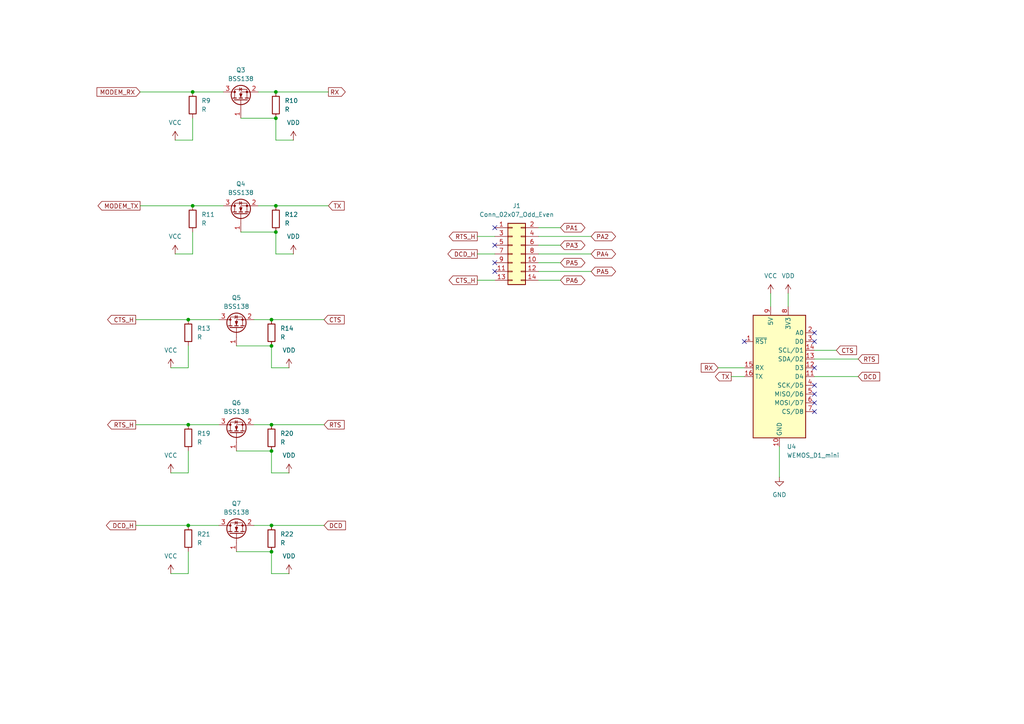
<source format=kicad_sch>
(kicad_sch (version 20250114) (generator "eeschema") (generator_version "9.0")
  (paper "A4")
  (lib_symbols
    (symbol "Connector_Generic:Conn_02x07_Odd_Even" (pin_names (offset 1.016) (hide yes))
      (property "Reference" "J" (at 1.27 10.16 0))
      (property "Value" "Conn_02x07_Odd_Even" (at 1.27 -10.16 0))
      (symbol "Conn_02x07_Odd_Even_1_1"
        (rectangle (start -1.27 8.89) (end 3.81 -8.89) (stroke (width 0.254)) (fill (type background)))
        (rectangle (start -1.27 7.747) (end 0 7.493) (stroke (width 0.1524)))
        (rectangle (start -1.27 5.207) (end 0 4.953) (stroke (width 0.1524)))
        (rectangle (start -1.27 2.667) (end 0 2.413) (stroke (width 0.1524)))
        (rectangle (start -1.27 0.127) (end 0 -0.127) (stroke (width 0.1524)))
        (rectangle (start -1.27 -2.413) (end 0 -2.667) (stroke (width 0.1524)))
        (rectangle (start -1.27 -4.953) (end 0 -5.207) (stroke (width 0.1524)))
        (rectangle (start -1.27 -7.493) (end 0 -7.747) (stroke (width 0.1524)))
        (rectangle (start 3.81 7.747) (end 2.54 7.493) (stroke (width 0.1524)))
        (rectangle (start 3.81 5.207) (end 2.54 4.953) (stroke (width 0.1524)))
        (rectangle (start 3.81 2.667) (end 2.54 2.413) (stroke (width 0.1524)))
        (rectangle (start 3.81 0.127) (end 2.54 -0.127) (stroke (width 0.1524)))
        (rectangle (start 3.81 -2.413) (end 2.54 -2.667) (stroke (width 0.1524)))
        (rectangle (start 3.81 -4.953) (end 2.54 -5.207) (stroke (width 0.1524)))
        (rectangle (start 3.81 -7.493) (end 2.54 -7.747) (stroke (width 0.1524)))
        (pin passive line (at -5.08 7.62 0) (length 3.81) (name "Pin_1") (number "1"))
        (pin passive line (at -5.08 5.08 0) (length 3.81) (name "Pin_3") (number "3"))
        (pin passive line (at -5.08 2.54 0) (length 3.81) (name "Pin_5") (number "5"))
        (pin passive line (at -5.08 0 0) (length 3.81) (name "Pin_7") (number "7"))
        (pin passive line (at -5.08 -2.54 0) (length 3.81) (name "Pin_9") (number "9"))
        (pin passive line (at -5.08 -5.08 0) (length 3.81) (name "Pin_11") (number "11"))
        (pin passive line (at -5.08 -7.62 0) (length 3.81) (name "Pin_13") (number "13"))
        (pin passive line (at 7.62 7.62 180) (length 3.81) (name "Pin_2") (number "2"))
        (pin passive line (at 7.62 5.08 180) (length 3.81) (name "Pin_4") (number "4"))
        (pin passive line (at 7.62 2.54 180) (length 3.81) (name "Pin_6") (number "6"))
        (pin passive line (at 7.62 0 180) (length 3.81) (name "Pin_8") (number "8"))
        (pin passive line (at 7.62 -2.54 180) (length 3.81) (name "Pin_10") (number "10"))
        (pin passive line (at 7.62 -5.08 180) (length 3.81) (name "Pin_12") (number "12"))
        (pin passive line (at 7.62 -7.62 180) (length 3.81) (name "Pin_14") (number "14"))
      )
    )
    (symbol "Device:R" (pin_numbers (hide yes)) (pin_names (offset 0))
      (property "Reference" "R" (at 2.032 0 90))
      (property "Value" "R" (at 0 0 90))
      (symbol "R_0_1"
        (rectangle (start -1.016 -2.54) (end 1.016 2.54) (stroke (width 0.254)))
      )
      (symbol "R_1_1"
        (pin passive line (at 0 3.81 270) (length 1.27) (name "~") (number "1"))
        (pin passive line (at 0 -3.81 90) (length 1.27) (name "~") (number "2"))
      )
    )
    (symbol "RF_Module:WEMOS_D1_mini"
      (property "Reference" "U" (at 3.81 19.05 0))
      (property "Value" "WEMOS_D1_mini" (at 1.27 -19.05 0))
      (symbol "WEMOS_D1_mini_1_1"
        (rectangle (start -7.62 17.78) (end 7.62 -17.78) (stroke (width 0.254)) (fill (type background)))
        (pin input line (at -10.16 10.16 0) (length 2.54) (name "~{RST}") (number "1"))
        (pin input line (at -10.16 2.54 0) (length 2.54) (name "RX") (number "15"))
        (pin output line (at -10.16 0 0) (length 2.54) (name "TX") (number "16"))
        (pin power_in line (at -2.54 20.32 270) (length 2.54) (name "5V") (number "9"))
        (pin power_in line (at 0 -20.32 90) (length 2.54) (name "GND") (number "10"))
        (pin power_out line (at 2.54 20.32 270) (length 2.54) (name "3V3") (number "8"))
        (pin input line (at 10.16 12.7 180) (length 2.54) (name "A0") (number "2"))
        (pin bidirectional line (at 10.16 10.16 180) (length 2.54) (name "D0") (number "3"))
        (pin bidirectional line (at 10.16 7.62 180) (length 2.54) (name "SCL/D1") (number "14"))
        (pin bidirectional line (at 10.16 5.08 180) (length 2.54) (name "SDA/D2") (number "13"))
        (pin bidirectional line (at 10.16 2.54 180) (length 2.54) (name "D3") (number "12"))
        (pin bidirectional line (at 10.16 0 180) (length 2.54) (name "D4") (number "11"))
        (pin bidirectional line (at 10.16 -2.54 180) (length 2.54) (name "SCK/D5") (number "4"))
        (pin bidirectional line (at 10.16 -5.08 180) (length 2.54) (name "MISO/D6") (number "5"))
        (pin bidirectional line (at 10.16 -7.62 180) (length 2.54) (name "MOSI/D7") (number "6"))
        (pin bidirectional line (at 10.16 -10.16 180) (length 2.54) (name "CS/D8") (number "7"))
      )
    )
    (symbol "Transistor_FET:BSS138" (pin_names (hide yes))
      (property "Reference" "Q" (at 5.08 1.905 0))
      (property "Value" "BSS138" (at 5.08 0 0))
      (symbol "BSS138_0_1"
        (polyline (pts (xy 0.254 1.905) (xy 0.254 -1.905)) (stroke (width 0.254)))
        (polyline (pts (xy 0.254 0) (xy -2.54 0)))
        (polyline (pts (xy 0.762 2.286) (xy 0.762 1.27)) (stroke (width 0.254)))
        (polyline (pts (xy 0.762 0.508) (xy 0.762 -0.508)) (stroke (width 0.254)))
        (polyline (pts (xy 0.762 -1.27) (xy 0.762 -2.286)) (stroke (width 0.254)))
        (polyline (pts (xy 0.762 -1.778) (xy 3.302 -1.778) (xy 3.302 1.778) (xy 0.762 1.778)))
        (polyline (pts (xy 1.016 0) (xy 2.032 0.381) (xy 2.032 -0.381) (xy 1.016 0)) (fill (type outline)))
        (circle (center 1.651 0) (radius 2.794) (stroke (width 0.254)))
        (polyline (pts (xy 2.54 2.54) (xy 2.54 1.778)))
        (circle (center 2.54 1.778) (radius 0.254) (fill (type outline)))
        (circle (center 2.54 -1.778) (radius 0.254) (fill (type outline)))
        (polyline (pts (xy 2.54 -2.54) (xy 2.54 0) (xy 0.762 0)))
        (polyline (pts (xy 2.794 0.508) (xy 2.921 0.381) (xy 3.683 0.381) (xy 3.81 0.254)))
        (polyline (pts (xy 3.302 0.381) (xy 2.921 -0.254) (xy 3.683 -0.254) (xy 3.302 0.381)))
      )
      (symbol "BSS138_1_1"
        (pin input line (at -5.08 0 0) (length 2.54) (name "G") (number "1"))
        (pin passive line (at 2.54 5.08 270) (length 2.54) (name "D") (number "3"))
        (pin passive line (at 2.54 -5.08 90) (length 2.54) (name "S") (number "2"))
      )
    )
    (symbol "power:GND" (power) (pin_numbers (hide yes)) (pin_names (offset 0) (hide yes))
      (property "Value" "GND" (at 0 -3.81 0))
      (symbol "GND_0_1"
        (polyline (pts (xy 0 0) (xy 0 -1.27) (xy 1.27 -1.27) (xy 0 -2.54) (xy -1.27 -1.27) (xy 0 -1.27)))
      )
      (symbol "GND_1_1"
        (pin power_in line (at 0 0 270) (length 0) (name "~") (number "1"))
      )
    )
    (symbol "power:VCC" (power) (pin_numbers (hide yes)) (pin_names (offset 0) (hide yes))
      (property "Value" "VCC" (at 0 3.556 0))
      (symbol "VCC_0_1"
        (polyline (pts (xy -0.762 1.27) (xy 0 2.54)))
        (polyline (pts (xy 0 2.54) (xy 0.762 1.27)))
        (polyline (pts (xy 0 0) (xy 0 2.54)))
      )
      (symbol "VCC_1_1"
        (pin power_in line (at 0 0 90) (length 0) (name "~") (number "1"))
      )
    )
    (symbol "power:VDD" (power) (pin_numbers (hide yes)) (pin_names (offset 0) (hide yes))
      (property "Value" "VDD" (at 0 3.556 0))
      (symbol "VDD_0_1"
        (polyline (pts (xy -0.762 1.27) (xy 0 2.54)))
        (polyline (pts (xy 0 2.54) (xy 0.762 1.27)))
        (polyline (pts (xy 0 0) (xy 0 2.54)))
      )
      (symbol "VDD_1_1"
        (pin power_in line (at 0 0 90) (length 0) (name "~") (number "1"))
      )
    )
  )
  (junction (at 55.88 59.69))
  (junction (at 55.88 26.67))
  (junction (at 78.74 92.71))
  (junction (at 78.74 160.02))
  (junction (at 78.74 152.4))
  (junction (at 80.01 59.69))
  (junction (at 80.01 26.67))
  (junction (at 78.74 100.33))
  (junction (at 78.74 130.81))
  (junction (at 54.61 92.71))
  (junction (at 80.01 34.29))
  (junction (at 54.61 152.4))
  (junction (at 80.01 67.31))
  (junction (at 78.74 123.19))
  (junction (at 54.61 123.19))
  (no_connect (at 143.51 71.12))
  (no_connect (at 236.22 96.52))
  (no_connect (at 143.51 66.04))
  (no_connect (at 236.22 106.68))
  (no_connect (at 236.22 114.3))
  (no_connect (at 215.9 99.06))
  (no_connect (at 236.22 119.38))
  (no_connect (at 143.51 78.74))
  (no_connect (at 236.22 99.06))
  (no_connect (at 236.22 116.84))
  (no_connect (at 236.22 111.76))
  (no_connect (at 143.51 76.2))
  (wire (pts (xy 156.21 81.28) (xy 162.56 81.28)))
  (wire (pts (xy 78.74 166.37) (xy 83.82 166.37)))
  (wire (pts (xy 138.43 68.58) (xy 143.51 68.58)))
  (wire (pts (xy 40.64 26.67) (xy 55.88 26.67)))
  (wire (pts (xy 49.53 137.16) (xy 54.61 137.16)))
  (wire (pts (xy 78.74 137.16) (xy 83.82 137.16)))
  (wire (pts (xy 54.61 92.71) (xy 63.5 92.71)))
  (wire (pts (xy 55.88 34.29) (xy 55.88 40.64)))
  (wire (pts (xy 55.88 59.69) (xy 64.77 59.69)))
  (wire (pts (xy 54.61 160.02) (xy 54.61 166.37)))
  (wire (pts (xy 138.43 81.28) (xy 143.51 81.28)))
  (wire (pts (xy 80.01 26.67) (xy 95.25 26.67)))
  (wire (pts (xy 223.52 85.09) (xy 223.52 88.9)))
  (wire (pts (xy 226.06 129.54) (xy 226.06 138.43)))
  (wire (pts (xy 80.01 34.29) (xy 80.01 40.64)))
  (wire (pts (xy 138.43 73.66) (xy 143.51 73.66)))
  (wire (pts (xy 55.88 26.67) (xy 64.77 26.67)))
  (wire (pts (xy 73.66 123.19) (xy 78.74 123.19)))
  (wire (pts (xy 80.01 73.66) (xy 85.09 73.66)))
  (wire (pts (xy 80.01 40.64) (xy 85.09 40.64)))
  (wire (pts (xy 54.61 130.81) (xy 54.61 137.16)))
  (wire (pts (xy 156.21 71.12) (xy 162.56 71.12)))
  (wire (pts (xy 78.74 100.33) (xy 78.74 106.68)))
  (wire (pts (xy 208.28 106.68) (xy 215.9 106.68)))
  (wire (pts (xy 228.6 85.09) (xy 228.6 88.9)))
  (wire (pts (xy 236.22 104.14) (xy 248.92 104.14)))
  (wire (pts (xy 73.66 152.4) (xy 78.74 152.4)))
  (wire (pts (xy 54.61 152.4) (xy 63.5 152.4)))
  (wire (pts (xy 39.37 123.19) (xy 54.61 123.19)))
  (wire (pts (xy 78.74 160.02) (xy 78.74 166.37)))
  (wire (pts (xy 156.21 76.2) (xy 162.56 76.2)))
  (wire (pts (xy 49.53 166.37) (xy 54.61 166.37)))
  (wire (pts (xy 49.53 106.68) (xy 54.61 106.68)))
  (wire (pts (xy 78.74 152.4) (xy 93.98 152.4)))
  (wire (pts (xy 54.61 123.19) (xy 63.5 123.19)))
  (wire (pts (xy 50.8 40.64) (xy 55.88 40.64)))
  (wire (pts (xy 156.21 66.04) (xy 162.56 66.04)))
  (wire (pts (xy 78.74 123.19) (xy 93.98 123.19)))
  (wire (pts (xy 50.8 73.66) (xy 55.88 73.66)))
  (wire (pts (xy 80.01 67.31) (xy 80.01 73.66)))
  (wire (pts (xy 156.21 68.58) (xy 171.45 68.58)))
  (wire (pts (xy 156.21 73.66) (xy 171.45 73.66)))
  (wire (pts (xy 156.21 78.74) (xy 171.45 78.74)))
  (wire (pts (xy 80.01 59.69) (xy 95.25 59.69)))
  (wire (pts (xy 68.58 160.02) (xy 78.74 160.02)))
  (wire (pts (xy 69.85 67.31) (xy 80.01 67.31)))
  (wire (pts (xy 68.58 130.81) (xy 78.74 130.81)))
  (wire (pts (xy 78.74 130.81) (xy 78.74 137.16)))
  (wire (pts (xy 78.74 92.71) (xy 93.98 92.71)))
  (wire (pts (xy 73.66 92.71) (xy 78.74 92.71)))
  (wire (pts (xy 236.22 101.6) (xy 242.57 101.6)))
  (wire (pts (xy 39.37 92.71) (xy 54.61 92.71)))
  (wire (pts (xy 236.22 109.22) (xy 248.92 109.22)))
  (wire (pts (xy 40.64 59.69) (xy 55.88 59.69)))
  (wire (pts (xy 69.85 34.29) (xy 80.01 34.29)))
  (wire (pts (xy 78.74 106.68) (xy 83.82 106.68)))
  (wire (pts (xy 74.93 26.67) (xy 80.01 26.67)))
  (wire (pts (xy 74.93 59.69) (xy 80.01 59.69)))
  (wire (pts (xy 68.58 100.33) (xy 78.74 100.33)))
  (wire (pts (xy 39.37 152.4) (xy 54.61 152.4)))
  (wire (pts (xy 54.61 100.33) (xy 54.61 106.68)))
  (wire (pts (xy 212.09 109.22) (xy 215.9 109.22)))
  (wire (pts (xy 55.88 67.31) (xy 55.88 73.66)))
  (global_label "PA4" (shape bidirectional) (at 171.45 73.66 0) (property "Intersheetrefs" "${INTERSHEET_REFS}" (effects (hide yes))))
  (global_label "RTS_H" (shape output) (at 138.43 68.58 180) (property "Intersheetrefs" "${INTERSHEET_REFS}" (effects (hide yes))))
  (global_label "CTS_H" (shape output) (at 39.37 92.71 180) (property "Intersheetrefs" "${INTERSHEET_REFS}" (effects (hide yes))))
  (global_label "RTS" (shape input) (at 248.92 104.14 0) (property "Intersheetrefs" "${INTERSHEET_REFS}" (effects (hide yes))))
  (global_label "PA5" (shape bidirectional) (at 162.56 76.2 0) (property "Intersheetrefs" "${INTERSHEET_REFS}" (effects (hide yes))))
  (global_label "TX" (shape output) (at 212.09 109.22 180) (property "Intersheetrefs" "${INTERSHEET_REFS}" (effects (hide yes))))
  (global_label "PA2" (shape bidirectional) (at 171.45 68.58 0) (property "Intersheetrefs" "${INTERSHEET_REFS}" (effects (hide yes))))
  (global_label "PA1" (shape bidirectional) (at 162.56 66.04 0) (property "Intersheetrefs" "${INTERSHEET_REFS}" (effects (hide yes))))
  (global_label "RTS_H" (shape output) (at 39.37 123.19 180) (property "Intersheetrefs" "${INTERSHEET_REFS}" (effects (hide yes))))
  (global_label "PA3" (shape bidirectional) (at 162.56 71.12 0) (property "Intersheetrefs" "${INTERSHEET_REFS}" (effects (hide yes))))
  (global_label "DCD_H" (shape output) (at 138.43 73.66 180) (property "Intersheetrefs" "${INTERSHEET_REFS}" (effects (hide yes))))
  (global_label "RX" (shape input) (at 208.28 106.68 180) (property "Intersheetrefs" "${INTERSHEET_REFS}" (effects (hide yes))))
  (global_label "CTS" (shape input) (at 242.57 101.6 0) (property "Intersheetrefs" "${INTERSHEET_REFS}" (effects (hide yes))))
  (global_label "RX" (shape output) (at 95.25 26.67 0) (property "Intersheetrefs" "${INTERSHEET_REFS}" (effects (hide yes))))
  (global_label "DCD" (shape input) (at 93.98 152.4 0) (property "Intersheetrefs" "${INTERSHEET_REFS}" (effects (hide yes))))
  (global_label "DCD_H" (shape output) (at 39.37 152.4 180) (property "Intersheetrefs" "${INTERSHEET_REFS}" (effects (hide yes))))
  (global_label "TX" (shape input) (at 95.25 59.69 0) (property "Intersheetrefs" "${INTERSHEET_REFS}" (effects (hide yes))))
  (global_label "DCD" (shape input) (at 248.92 109.22 0) (property "Intersheetrefs" "${INTERSHEET_REFS}" (effects (hide yes))))
  (global_label "MODEM_RX" (shape input) (at 40.64 26.67 180) (property "Intersheetrefs" "${INTERSHEET_REFS}" (effects (hide yes))))
  (global_label "CTS_H" (shape output) (at 138.43 81.28 180) (property "Intersheetrefs" "${INTERSHEET_REFS}" (effects (hide yes))))
  (global_label "RTS" (shape input) (at 93.98 123.19 0) (property "Intersheetrefs" "${INTERSHEET_REFS}" (effects (hide yes))))
  (global_label "PA5" (shape bidirectional) (at 171.45 78.74 0) (property "Intersheetrefs" "${INTERSHEET_REFS}" (effects (hide yes))))
  (global_label "PA6" (shape bidirectional) (at 162.56 81.28 0) (property "Intersheetrefs" "${INTERSHEET_REFS}" (effects (hide yes))))
  (global_label "MODEM_TX" (shape output) (at 40.64 59.69 180) (property "Intersheetrefs" "${INTERSHEET_REFS}" (effects (hide yes))))
  (global_label "CTS" (shape input) (at 93.98 92.71 0) (property "Intersheetrefs" "${INTERSHEET_REFS}" (effects (hide yes))))
  (symbol (lib_id "power:VDD") (at 83.82 137.16 0) (unit 1)
    (property "Reference" "#PWR027" (effects (hide yes)))
    (property "Value" "VDD" (at 83.82 132.08 0))
    (property "Description" "Power symbol creates a global label with name \"VDD\"" (effects (hide yes)))
  )
  (symbol (lib_id "Transistor_FET:BSS138") (at 69.85 62.23 90) (unit 1)
    (property "Reference" "Q4" (at 69.85 53.34 90))
    (property "Value" "BSS138" (at 69.85 55.88 90))
    (property "Footprint" "Package_TO_SOT_SMD:SOT-23" (effects (hide yes)))
    (property "Datasheet" "https://www.onsemi.com/pub/Collateral/BSS138-D.PDF" (effects (hide yes)))
    (property "Description" "50V Vds, 0.22A Id, N-Channel MOSFET, SOT-23" (effects (hide yes)))
  )
  (symbol (lib_id "Device:R") (at 78.74 96.52 180) (unit 1)
    (property "Reference" "R14" (at 81.28 95.2499 0) (effects (justify right)))
    (property "Value" "R" (at 81.28 97.7899 0) (effects (justify right)))
    (property "Footprint" "Resistor_SMD:R_0805_2012Metric" (effects (hide yes)))
    (property "Description" "Resistor" (effects (hide yes)))
  )
  (symbol (lib_id "power:VDD") (at 83.82 106.68 0) (unit 1)
    (property "Reference" "#PWR022" (effects (hide yes)))
    (property "Value" "VDD" (at 83.82 101.6 0))
    (property "Description" "Power symbol creates a global label with name \"VDD\"" (effects (hide yes)))
  )
  (symbol (lib_id "RF_Module:WEMOS_D1_mini") (at 226.06 109.22 0) (unit 1)
    (property "Reference" "U4" (at 228.2033 129.54 0) (effects (justify left)))
    (property "Value" "WEMOS_D1_mini" (at 228.2033 132.08 0) (effects (justify left)))
    (property "Footprint" "RF_Module:WEMOS_D1_mini_light" (effects (hide yes)))
    (property "Datasheet" "https://wiki.wemos.cc/products:d1:d1_mini#documentation" (effects (hide yes)))
    (property "Description" "32-bit microcontroller module with WiFi" (effects (hide yes)))
  )
  (symbol (lib_id "power:VDD") (at 83.82 166.37 0) (unit 1)
    (property "Reference" "#PWR029" (effects (hide yes)))
    (property "Value" "VDD" (at 83.82 161.29 0))
    (property "Description" "Power symbol creates a global label with name \"VDD\"" (effects (hide yes)))
  )
  (symbol (lib_id "Device:R") (at 78.74 156.21 180) (unit 1)
    (property "Reference" "R22" (at 81.28 154.9399 0) (effects (justify right)))
    (property "Value" "R" (at 81.28 157.4799 0) (effects (justify right)))
    (property "Footprint" "Resistor_SMD:R_0805_2012Metric" (effects (hide yes)))
    (property "Description" "Resistor" (effects (hide yes)))
  )
  (symbol (lib_id "power:VCC") (at 50.8 40.64 0) (unit 1)
    (property "Reference" "#PWR018" (effects (hide yes)))
    (property "Value" "VCC" (at 50.8 35.56 0))
    (property "Description" "Power symbol creates a global label with name \"VCC\"" (effects (hide yes)))
  )
  (symbol (lib_id "Transistor_FET:BSS138") (at 68.58 95.25 90) (unit 1)
    (property "Reference" "Q5" (at 68.58 86.36 90))
    (property "Value" "BSS138" (at 68.58 88.9 90))
    (property "Footprint" "Package_TO_SOT_SMD:SOT-23" (effects (hide yes)))
    (property "Datasheet" "https://www.onsemi.com/pub/Collateral/BSS138-D.PDF" (effects (hide yes)))
    (property "Description" "50V Vds, 0.22A Id, N-Channel MOSFET, SOT-23" (effects (hide yes)))
  )
  (symbol (lib_id "power:VDD") (at 85.09 73.66 0) (unit 1)
    (property "Reference" "#PWR020" (effects (hide yes)))
    (property "Value" "VDD" (at 85.09 68.58 0))
    (property "Description" "Power symbol creates a global label with name \"VDD\"" (effects (hide yes)))
  )
  (symbol (lib_id "Transistor_FET:BSS138") (at 69.85 29.21 90) (unit 1)
    (property "Reference" "Q3" (at 69.85 20.32 90))
    (property "Value" "BSS138" (at 69.85 22.86 90))
    (property "Footprint" "Package_TO_SOT_SMD:SOT-23" (effects (hide yes)))
    (property "Datasheet" "https://www.onsemi.com/pub/Collateral/BSS138-D.PDF" (effects (hide yes)))
    (property "Description" "50V Vds, 0.22A Id, N-Channel MOSFET, SOT-23" (effects (hide yes)))
  )
  (symbol (lib_id "power:VCC") (at 49.53 137.16 0) (unit 1)
    (property "Reference" "#PWR025" (effects (hide yes)))
    (property "Value" "VCC" (at 49.53 132.08 0))
    (property "Description" "Power symbol creates a global label with name \"VCC\"" (effects (hide yes)))
  )
  (symbol (lib_id "Device:R") (at 55.88 30.48 180) (unit 1)
    (property "Reference" "R9" (at 58.42 29.2099 0) (effects (justify right)))
    (property "Value" "R" (at 58.42 31.7499 0) (effects (justify right)))
    (property "Footprint" "Resistor_SMD:R_0805_2012Metric" (effects (hide yes)))
    (property "Description" "Resistor" (effects (hide yes)))
  )
  (symbol (lib_id "Device:R") (at 55.88 63.5 180) (unit 1)
    (property "Reference" "R11" (at 58.42 62.2299 0) (effects (justify right)))
    (property "Value" "R" (at 58.42 64.7699 0) (effects (justify right)))
    (property "Footprint" "Resistor_SMD:R_0805_2012Metric" (effects (hide yes)))
    (property "Description" "Resistor" (effects (hide yes)))
  )
  (symbol (lib_id "Device:R") (at 80.01 30.48 180) (unit 1)
    (property "Reference" "R10" (at 82.55 29.2099 0) (effects (justify right)))
    (property "Value" "R" (at 82.55 31.7499 0) (effects (justify right)))
    (property "Footprint" "Resistor_SMD:R_0805_2012Metric" (effects (hide yes)))
    (property "Description" "Resistor" (effects (hide yes)))
  )
  (symbol (lib_id "Device:R") (at 80.01 63.5 180) (unit 1)
    (property "Reference" "R12" (at 82.55 62.2299 0) (effects (justify right)))
    (property "Value" "R" (at 82.55 64.7699 0) (effects (justify right)))
    (property "Footprint" "Resistor_SMD:R_0805_2012Metric" (effects (hide yes)))
    (property "Description" "Resistor" (effects (hide yes)))
  )
  (symbol (lib_id "Transistor_FET:BSS138") (at 68.58 154.94 90) (unit 1)
    (property "Reference" "Q7" (at 68.58 146.05 90))
    (property "Value" "BSS138" (at 68.58 148.59 90))
    (property "Footprint" "Package_TO_SOT_SMD:SOT-23" (effects (hide yes)))
    (property "Datasheet" "https://www.onsemi.com/pub/Collateral/BSS138-D.PDF" (effects (hide yes)))
    (property "Description" "50V Vds, 0.22A Id, N-Channel MOSFET, SOT-23" (effects (hide yes)))
  )
  (symbol (lib_id "Transistor_FET:BSS138") (at 68.58 125.73 90) (unit 1)
    (property "Reference" "Q6" (at 68.58 116.84 90))
    (property "Value" "BSS138" (at 68.58 119.38 90))
    (property "Footprint" "Package_TO_SOT_SMD:SOT-23" (effects (hide yes)))
    (property "Datasheet" "https://www.onsemi.com/pub/Collateral/BSS138-D.PDF" (effects (hide yes)))
    (property "Description" "50V Vds, 0.22A Id, N-Channel MOSFET, SOT-23" (effects (hide yes)))
  )
  (symbol (lib_id "power:VDD") (at 85.09 40.64 0) (unit 1)
    (property "Reference" "#PWR017" (effects (hide yes)))
    (property "Value" "VDD" (at 85.09 35.56 0))
    (property "Description" "Power symbol creates a global label with name \"VDD\"" (effects (hide yes)))
  )
  (symbol (lib_id "power:VDD") (at 228.6 85.09 0) (unit 1)
    (property "Reference" "#PWR016" (effects (hide yes)))
    (property "Value" "VDD" (at 228.6 80.01 0))
    (property "Description" "Power symbol creates a global label with name \"VDD\"" (effects (hide yes)))
  )
  (symbol (lib_id "power:VCC") (at 49.53 166.37 0) (unit 1)
    (property "Reference" "#PWR028" (effects (hide yes)))
    (property "Value" "VCC" (at 49.53 161.29 0))
    (property "Description" "Power symbol creates a global label with name \"VCC\"" (effects (hide yes)))
  )
  (symbol (lib_id "power:VCC") (at 49.53 106.68 0) (unit 1)
    (property "Reference" "#PWR021" (effects (hide yes)))
    (property "Value" "VCC" (at 49.53 101.6 0))
    (property "Description" "Power symbol creates a global label with name \"VCC\"" (effects (hide yes)))
  )
  (symbol (lib_id "Device:R") (at 54.61 127 180) (unit 1)
    (property "Reference" "R19" (at 57.15 125.7299 0) (effects (justify right)))
    (property "Value" "R" (at 57.15 128.2699 0) (effects (justify right)))
    (property "Footprint" "Resistor_SMD:R_0805_2012Metric" (effects (hide yes)))
    (property "Description" "Resistor" (effects (hide yes)))
  )
  (symbol (lib_id "power:VCC") (at 223.52 85.09 0) (unit 1)
    (property "Reference" "#PWR014" (effects (hide yes)))
    (property "Value" "VCC" (at 223.52 80.01 0))
    (property "Description" "Power symbol creates a global label with name \"VCC\"" (effects (hide yes)))
  )
  (symbol (lib_id "Connector_Generic:Conn_02x07_Odd_Even") (at 148.59 73.66 0) (unit 1)
    (property "Reference" "J1" (at 149.86 59.69 0))
    (property "Value" "Conn_02x07_Odd_Even" (at 149.86 62.23 0))
    (property "Footprint" "Connector_PinHeader_2.54mm:PinHeader_2x07_P2.54mm_Vertical" (effects (hide yes)))
    (property "Description" "Generic connector, double row, 02x07, odd/even pin numbering scheme (row 1 odd numbers, row 2 even numbers), script generated (kicad-library-utils/schlib/autogen/connector/)" (effects (hide yes)))
  )
  (symbol (lib_id "Device:R") (at 54.61 96.52 180) (unit 1)
    (property "Reference" "R13" (at 57.15 95.2499 0) (effects (justify right)))
    (property "Value" "R" (at 57.15 97.7899 0) (effects (justify right)))
    (property "Footprint" "Resistor_SMD:R_0805_2012Metric" (effects (hide yes)))
    (property "Description" "Resistor" (effects (hide yes)))
  )
  (symbol (lib_id "Device:R") (at 78.74 127 180) (unit 1)
    (property "Reference" "R20" (at 81.28 125.7299 0) (effects (justify right)))
    (property "Value" "R" (at 81.28 128.2699 0) (effects (justify right)))
    (property "Footprint" "Resistor_SMD:R_0805_2012Metric" (effects (hide yes)))
    (property "Description" "Resistor" (effects (hide yes)))
  )
  (symbol (lib_id "Device:R") (at 54.61 156.21 180) (unit 1)
    (property "Reference" "R21" (at 57.15 154.9399 0) (effects (justify right)))
    (property "Value" "R" (at 57.15 157.4799 0) (effects (justify right)))
    (property "Footprint" "Resistor_SMD:R_0805_2012Metric" (effects (hide yes)))
    (property "Description" "Resistor" (effects (hide yes)))
  )
  (symbol (lib_id "power:VCC") (at 50.8 73.66 0) (unit 1)
    (property "Reference" "#PWR019" (effects (hide yes)))
    (property "Value" "VCC" (at 50.8 68.58 0))
    (property "Description" "Power symbol creates a global label with name \"VCC\"" (effects (hide yes)))
  )
  (symbol (lib_id "power:GND") (at 226.06 138.43 0) (unit 1)
    (property "Reference" "#PWR015" (effects (hide yes)))
    (property "Value" "GND" (at 226.06 143.51 0))
    (property "Description" "Power symbol creates a global label with name \"GND\" , ground" (effects (hide yes)))
  )
)
</source>
